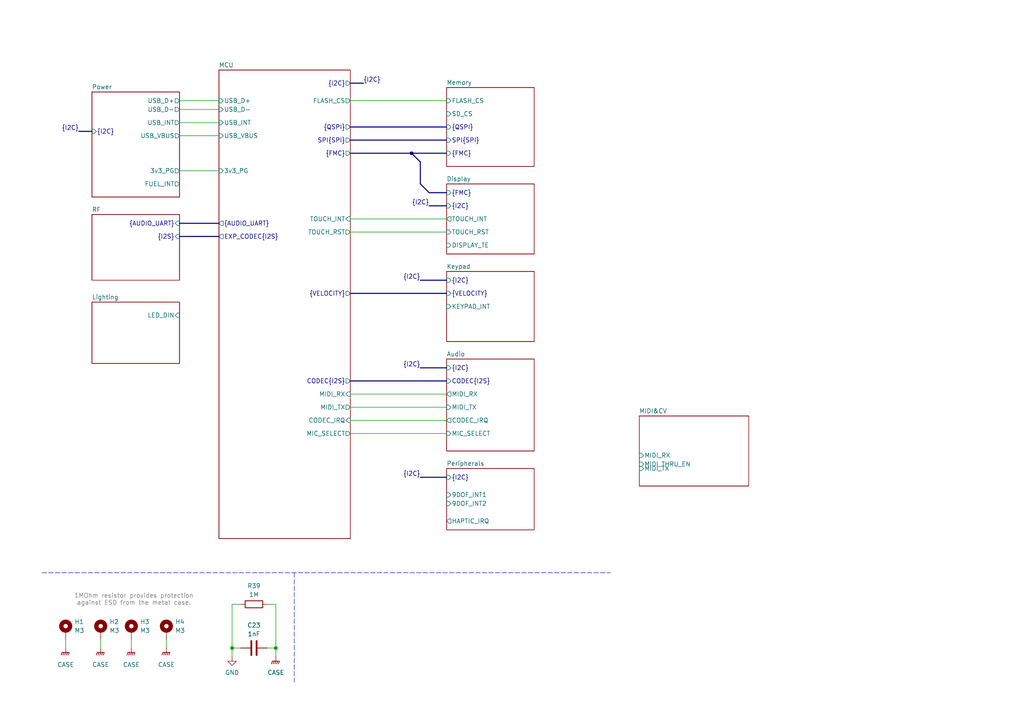
<source format=kicad_sch>
(kicad_sch (version 20250114) (generator "eeschema") (generator_version "9.0")
  (paper "A4")
  (lib_symbols
    (symbol "Device:C" (pin_numbers (hide yes)) (pin_names (offset 0.254))
      (property "Reference" "C" (at 0.635 2.54 0))
      (property "Value" "C" (at 0.635 -2.54 0))
      (symbol "C_0_1"
        (polyline (pts (xy -2.032 0.762) (xy 2.032 0.762)) (stroke (width 0.508)))
        (polyline (pts (xy -2.032 -0.762) (xy 2.032 -0.762)) (stroke (width 0.508)))
      )
      (symbol "C_1_1"
        (pin passive line (at 0 3.81 270) (length 2.794) (name "~") (number "1"))
        (pin passive line (at 0 -3.81 90) (length 2.794) (name "~") (number "2"))
      )
    )
    (symbol "Device:R" (pin_numbers (hide yes)) (pin_names (offset 0))
      (property "Reference" "R" (at 2.032 0 90))
      (property "Value" "R" (at 0 0 90))
      (symbol "R_0_1"
        (rectangle (start -1.016 -2.54) (end 1.016 2.54) (stroke (width 0.254)))
      )
      (symbol "R_1_1"
        (pin passive line (at 0 3.81 270) (length 1.27) (name "~") (number "1"))
        (pin passive line (at 0 -3.81 90) (length 1.27) (name "~") (number "2"))
      )
    )
    (symbol "Mechanical:MountingHole_Pad" (pin_numbers (hide yes)) (pin_names (offset 1.016) (hide yes)) (in_bom no)
      (property "Reference" "H" (at 0 6.35 0))
      (property "Value" "MountingHole_Pad" (at 0 4.445 0))
      (symbol "MountingHole_Pad_0_1"
        (circle (center 0 1.27) (radius 1.27) (stroke (width 1.27)))
      )
      (symbol "MountingHole_Pad_1_1"
        (pin input line (at 0 -2.54 90) (length 2.54) (name "1") (number "1"))
      )
    )
    (symbol "power:GND" (power) (pin_numbers (hide yes)) (pin_names (offset 0) (hide yes))
      (property "Value" "GND" (at 0 -3.81 0))
      (symbol "GND_0_1"
        (polyline (pts (xy 0 0) (xy 0 -1.27) (xy 1.27 -1.27) (xy 0 -2.54) (xy -1.27 -1.27) (xy 0 -1.27)))
      )
      (symbol "GND_1_1"
        (pin power_in line (at 0 0 270) (length 0) (name "~") (number "1"))
      )
    )
    (symbol "power:GNDPWR" (power) (pin_numbers (hide yes)) (pin_names (offset 0) (hide yes))
      (property "Value" "GNDPWR" (at 0 -3.302 0))
      (symbol "GNDPWR_0_1"
        (polyline (pts (xy -1.016 -1.27) (xy -1.27 -2.032) (xy -1.27 -2.032)) (stroke (width 0.2032)))
        (polyline (pts (xy -0.508 -1.27) (xy -0.762 -2.032) (xy -0.762 -2.032)) (stroke (width 0.2032)))
        (polyline (pts (xy 0 -1.27) (xy 0 0)))
        (polyline (pts (xy 0 -1.27) (xy -0.254 -2.032) (xy -0.254 -2.032)) (stroke (width 0.2032)))
        (polyline (pts (xy 0.508 -1.27) (xy 0.254 -2.032) (xy 0.254 -2.032)) (stroke (width 0.2032)))
        (polyline (pts (xy 1.016 -1.27) (xy -1.016 -1.27) (xy -1.016 -1.27)) (stroke (width 0.2032)))
        (polyline (pts (xy 1.016 -1.27) (xy 0.762 -2.032) (xy 0.762 -2.032) (xy 0.762 -2.032)) (stroke (width 0.2032)))
      )
      (symbol "GNDPWR_1_1"
        (pin power_in line (at 0 0 270) (length 0) (name "~") (number "1"))
      )
    )
  )
  (bus_alias "FMC" (members "FMC.DQML" "FMC.DQMH" "FMC.CLK" "FMC.CAS" "FMC.RAS" "FMC.D[0..15]" "FMC.A[0..12]" "FMC.NOE" "FMC.NWE" "FMC.BA0" "FMC.BA1" "FMC.CLK" "FMC.CAS" "FMC.WE" "FMC.NE0" "FMC.CKE" "FMC.NE1"))
  (bus_alias "I2S" (members "MCLK" "ADCDAT" "DACDAT" "LRCLK" "BCLK"))
  (bus_alias "VELOCITY" (members "ROW0" "ROW1" "ROW2" "ROW3" "COL0" "COL1" "COL2" "COL3"))
  (text "1MOhm resistor provides protection\nagainst ESD from the metal case." (at 38.862 172.212 0) (effects (font (size 1.27 1.27)) (justify top)))
  (junction (at 80.01 187.96))
  (junction (at 67.31 187.96))
  (junction (at 119.38 44.45))
  (wire (pts (xy 52.07 39.37) (xy 63.5 39.37)))
  (wire (pts (xy 77.47 187.96) (xy 80.01 187.96)))
  (wire (pts (xy 101.6 63.5) (xy 129.54 63.5)))
  (bus (pts (xy 121.92 106.68) (xy 129.54 106.68)))
  (wire (pts (xy 29.21 185.42) (xy 29.21 187.96)))
  (wire (pts (xy 69.85 175.26) (xy 67.31 175.26)))
  (bus (pts (xy 124.46 55.88) (xy 129.54 55.88)))
  (wire (pts (xy 52.07 31.75) (xy 63.5 31.75)))
  (wire (pts (xy 52.07 49.53) (xy 63.5 49.53)))
  (bus (pts (xy 121.92 53.34) (xy 124.46 55.88)))
  (wire (pts (xy 38.1 185.42) (xy 38.1 187.96)))
  (wire (pts (xy 101.6 125.73) (xy 129.54 125.73)))
  (bus (pts (xy 101.6 36.83) (xy 129.54 36.83)))
  (wire (pts (xy 101.6 121.92) (xy 129.54 121.92)))
  (wire (pts (xy 69.85 187.96) (xy 67.31 187.96)))
  (bus (pts (xy 121.92 138.43) (xy 129.54 138.43)))
  (bus (pts (xy 119.38 44.45) (xy 129.54 44.45)))
  (wire (pts (xy 101.6 67.31) (xy 129.54 67.31)))
  (bus (pts (xy 52.07 64.77) (xy 63.5 64.77)))
  (bus (pts (xy 101.6 40.64) (xy 129.54 40.64)))
  (bus (pts (xy 121.92 46.99) (xy 119.38 44.45)))
  (wire (pts (xy 101.6 114.3) (xy 129.54 114.3)))
  (wire (pts (xy 52.07 29.21) (xy 63.5 29.21)))
  (polyline (pts (xy 85.344 166.116) (xy 85.344 197.866)) (stroke (width 0.127) (type dash)))
  (bus (pts (xy 121.92 46.99) (xy 121.92 53.34)))
  (bus (pts (xy 101.6 85.09) (xy 129.54 85.09)))
  (wire (pts (xy 101.6 29.21) (xy 129.54 29.21)))
  (polyline (pts (xy 12.192 166.116) (xy 177.038 166.116)) (stroke (width 0.127) (type dash)))
  (wire (pts (xy 52.07 35.56) (xy 63.5 35.56)))
  (bus (pts (xy 101.6 24.13) (xy 105.41 24.13)))
  (bus (pts (xy 101.6 44.45) (xy 119.38 44.45)))
  (bus (pts (xy 52.07 68.58) (xy 63.5 68.58)))
  (wire (pts (xy 67.31 187.96) (xy 67.31 190.5)))
  (wire (pts (xy 80.01 187.96) (xy 80.01 190.5)))
  (wire (pts (xy 19.05 185.42) (xy 19.05 187.96)))
  (bus (pts (xy 124.46 59.69) (xy 129.54 59.69)))
  (bus (pts (xy 129.54 81.28) (xy 121.92 81.28)))
  (wire (pts (xy 101.6 118.11) (xy 129.54 118.11)))
  (wire (pts (xy 77.47 175.26) (xy 80.01 175.26)))
  (wire (pts (xy 67.31 175.26) (xy 67.31 187.96)))
  (bus (pts (xy 101.6 110.49) (xy 129.54 110.49)))
  (wire (pts (xy 48.26 185.42) (xy 48.26 187.96)))
  (bus (pts (xy 22.86 38.1) (xy 26.67 38.1)))
  (wire (pts (xy 80.01 175.26) (xy 80.01 187.96)))
  (label "{I2C}" (at 121.92 81.28 180) (effects (font (thickness 0.1588))))
  (label "{I2C}" (at 121.92 106.68 180) (effects (font (thickness 0.1588))))
  (label "{I2C}" (at 124.46 59.69 180) (effects (font (thickness 0.1588))))
  (label "{I2C}" (at 22.86 38.1 180) (effects (font (thickness 0.1588))))
  (label "{I2C}" (at 105.41 24.13 0) (effects (font (thickness 0.1588))))
  (label "{I2C}" (at 121.92 138.43 180) (effects (font (thickness 0.1588))))
  (symbol (lib_id "power:GNDPWR") (at 80.01 190.5 0) (unit 1)
    (property "Reference" "#PWR087" (effects (hide yes)))
    (property "Value" "CASE" (at 80.01 195.072 0))
    (property "Description" "Power symbol creates a global label with name \"GNDPWR\" , global ground" (effects (hide yes)))
  )
  (symbol (lib_id "Mechanical:MountingHole_Pad") (at 19.05 182.88 0) (unit 1) (in_bom no)
    (property "Reference" "H1" (at 21.59 180.3399 0) (effects (justify left)))
    (property "Value" "M3" (at 21.59 182.8799 0) (effects (justify left)))
    (property "Footprint" "MountingHole:MountingHole_2.2mm_M2_Pad_Via" (effects (hide yes)))
    (property "Description" "Mounting Hole with connection" (effects (hide yes)))
  )
  (symbol (lib_id "power:GNDPWR") (at 38.1 187.96 0) (unit 1)
    (property "Reference" "#PWR083" (effects (hide yes)))
    (property "Value" "CASE" (at 38.1 192.786 0))
    (property "Description" "Power symbol creates a global label with name \"GNDPWR\" , global ground" (effects (hide yes)))
  )
  (symbol (lib_id "Mechanical:MountingHole_Pad") (at 48.26 182.88 0) (unit 1) (in_bom no)
    (property "Reference" "H4" (at 50.8 180.3399 0) (effects (justify left)))
    (property "Value" "M3" (at 50.8 182.8799 0) (effects (justify left)))
    (property "Footprint" "MountingHole:MountingHole_2.2mm_M2_Pad_Via" (effects (hide yes)))
    (property "Description" "Mounting Hole with connection" (effects (hide yes)))
  )
  (symbol (lib_id "Mechanical:MountingHole_Pad") (at 29.21 182.88 0) (unit 1) (in_bom no)
    (property "Reference" "H2" (at 31.75 180.3399 0) (effects (justify left)))
    (property "Value" "M3" (at 31.75 182.8799 0) (effects (justify left)))
    (property "Footprint" "MountingHole:MountingHole_2.2mm_M2_Pad_Via" (effects (hide yes)))
    (property "Description" "Mounting Hole with connection" (effects (hide yes)))
  )
  (symbol (lib_id "Mechanical:MountingHole_Pad") (at 38.1 182.88 0) (unit 1) (in_bom no)
    (property "Reference" "H3" (at 40.64 180.3399 0) (effects (justify left)))
    (property "Value" "M3" (at 40.64 182.8799 0) (effects (justify left)))
    (property "Footprint" "MountingHole:MountingHole_2.2mm_M2_Pad_Via" (effects (hide yes)))
    (property "Description" "Mounting Hole with connection" (effects (hide yes)))
  )
  (symbol (lib_id "Device:R") (at 73.66 175.26 90) (unit 1)
    (property "Reference" "R39" (at 73.66 169.926 90))
    (property "Value" "1M" (at 73.66 172.466 90))
    (property "Description" "Resistor" (effects (hide yes)))
  )
  (symbol (lib_id "power:GNDPWR") (at 48.26 187.96 0) (unit 1)
    (property "Reference" "#PWR084" (effects (hide yes)))
    (property "Value" "CASE" (at 48.26 192.786 0))
    (property "Description" "Power symbol creates a global label with name \"GNDPWR\" , global ground" (effects (hide yes)))
  )
  (symbol (lib_id "power:GND") (at 67.31 190.5 0) (unit 1)
    (property "Reference" "#PWR04" (effects (hide yes)))
    (property "Value" "GND" (at 67.31 195.072 0))
    (property "Description" "Power symbol creates a global label with name \"GND\" , ground" (effects (hide yes)))
  )
  (symbol (lib_id "power:GNDPWR") (at 29.21 187.96 0) (unit 1)
    (property "Reference" "#PWR085" (effects (hide yes)))
    (property "Value" "CASE" (at 29.21 192.786 0))
    (property "Description" "Power symbol creates a global label with name \"GNDPWR\" , global ground" (effects (hide yes)))
  )
  (symbol (lib_id "Device:C") (at 73.66 187.96 90) (unit 1)
    (property "Reference" "C23" (at 73.66 181.356 90))
    (property "Value" "1nF" (at 73.66 183.896 90))
    (property "Description" "Unpolarized capacitor" (effects (hide yes)))
  )
  (symbol (lib_id "power:GNDPWR") (at 19.05 187.96 0) (unit 1)
    (property "Reference" "#PWR086" (effects (hide yes)))
    (property "Value" "CASE" (at 19.05 192.786 0))
    (property "Description" "Power symbol creates a global label with name \"GNDPWR\" , global ground" (effects (hide yes)))
  )
  (sheet (at 63.5 20.32) (size 38.1 135.89) (stroke (width 0.1524))
    (property "Sheetname" "MCU" (at 63.5 19.6084 0) (effects (justify left bottom)))
    (property "Sheetfile" "MCU.kicad_sch" (effects (hide yes)))
    (pin "{FMC}" output (at 101.6 44.45 0))
    (pin "{I2C}" output (at 101.6 24.13 0))
    (pin "USB_D+" input (at 63.5 29.21 180))
    (pin "USB_D-" input (at 63.5 31.75 180))
    (pin "CODEC_IRQ" input (at 101.6 121.92 0))
    (pin "{AUDIO_UART}" output (at 63.5 64.77 180))
    (pin "{QSPI}" output (at 101.6 36.83 0))
    (pin "MIC_SELECT" output (at 101.6 125.73 0))
    (pin "TOUCH_INT" input (at 101.6 63.5 0))
    (pin "TOUCH_RST" output (at 101.6 67.31 0))
    (pin "FLASH_CS" output (at 101.6 29.21 0))
    (pin "USB_INT" input (at 63.5 35.56 180))
    (pin "USB_VBUS" input (at 63.5 39.37 180))
    (pin "3v3_PG" input (at 63.5 49.53 180))
    (pin "CODEC{I2S}" output (at 101.6 110.49 0))
    (pin "EXP_CODEC{I2S}" output (at 63.5 68.58 180))
    (pin "SPI{SPI}" output (at 101.6 40.64 0))
    (pin "{VELOCITY}" output (at 101.6 85.09 0))
    (pin "MIDI_RX" input (at 101.6 114.3 0))
    (pin "MIDI_TX" output (at 101.6 118.11 0))
  )
  (sheet (at 185.42 120.65) (size 31.75 20.32) (stroke (width 0.1524))
    (property "Sheetname" "MIDI&CV" (at 185.42 119.9384 0) (effects (justify left bottom)))
    (property "Sheetfile" "midi_cv.kicad_sch" (effects (hide yes)))
    (pin "MIDI_RX" input (at 185.42 132.08 180))
    (pin "MIDI_THRU_EN" input (at 185.42 134.62 180))
    (pin "MIDI_TX" input (at 185.42 135.89 180))
  )
  (sheet (at 26.67 26.67) (size 25.4 30.48) (stroke (width 0.1524))
    (property "Sheetname" "Power" (at 26.67 25.9584 0) (effects (justify left bottom)))
    (property "Sheetfile" "power.kicad_sch" (effects (hide yes)))
    (pin "3v3_PG" output (at 52.07 49.53 0))
    (pin "USB_D+" output (at 52.07 29.21 0))
    (pin "USB_D-" output (at 52.07 31.75 0))
    (pin "USB_INT" output (at 52.07 35.56 0))
    (pin "{I2C}" input (at 26.67 38.1 180))
    (pin "FUEL_INT" output (at 52.07 53.34 0))
    (pin "USB_VBUS" output (at 52.07 39.37 0))
  )
  (sheet (at 26.67 62.23) (size 25.4 19.05) (stroke (width 0.1524))
    (property "Sheetname" "RF" (at 26.67 61.5184 0) (effects (justify left bottom)))
    (property "Sheetfile" "rf.kicad_sch" (effects (hide yes)))
    (pin "{I2S}" input (at 52.07 68.58 0))
    (pin "{AUDIO_UART}" input (at 52.07 64.77 0))
  )
  (sheet (at 129.54 78.74) (size 25.4 20.32) (stroke (width 0.1524))
    (property "Sheetname" "Keypad" (at 129.54 78.0284 0) (effects (justify left bottom)))
    (property "Sheetfile" "keypad.kicad_sch" (effects (hide yes)))
    (pin "KEYPAD_INT" input (at 129.54 88.9 180))
    (pin "{I2C}" input (at 129.54 81.28 180))
    (pin "{VELOCITY}" input (at 129.54 85.09 180))
  )
  (sheet (at 129.54 104.14) (size 25.4 26.67) (stroke (width 0.1524))
    (property "Sheetname" "Audio" (at 129.54 103.4284 0) (effects (justify left bottom)))
    (property "Sheetfile" "audio.kicad_sch" (effects (hide yes)))
    (pin "{I2C}" input (at 129.54 106.68 180))
    (pin "CODEC_IRQ" output (at 129.54 121.92 180))
    (pin "MIC_SELECT" input (at 129.54 125.73 180))
    (pin "CODEC{I2S}" input (at 129.54 110.49 180))
    (pin "MIDI_RX" output (at 129.54 114.3 180))
    (pin "MIDI_TX" input (at 129.54 118.11 180))
  )
  (sheet (at 129.54 25.4) (size 25.4 22.86) (stroke (width 0.1524))
    (property "Sheetname" "Memory" (at 129.54 24.6884 0) (effects (justify left bottom)))
    (property "Sheetfile" "memory.kicad_sch" (effects (hide yes)))
    (pin "{FMC}" input (at 129.54 44.45 180))
    (pin "SD_CS" input (at 129.54 33.02 180))
    (pin "{QSPI}" input (at 129.54 36.83 180))
    (pin "FLASH_CS" input (at 129.54 29.21 180))
    (pin "SPI{SPI}" input (at 129.54 40.64 180))
  )
  (sheet (at 26.67 87.63) (size 25.4 17.78) (stroke (width 0.1524))
    (property "Sheetname" "Lighting" (at 26.67 86.9184 0) (effects (justify left bottom)))
    (property "Sheetfile" "lighting.kicad_sch" (effects (hide yes)))
    (pin "LED_DIN" input (at 52.07 91.44 0))
  )
  (sheet (at 129.54 53.34) (size 25.4 20.32) (stroke (width 0.1524))
    (property "Sheetname" "Display" (at 129.54 52.6284 0) (effects (justify left bottom)))
    (property "Sheetfile" "display.kicad_sch" (effects (hide yes)))
    (pin "{FMC}" input (at 129.54 55.88 180))
    (pin "{I2C}" input (at 129.54 59.69 180))
    (pin "DISPLAY_TE" input (at 129.54 71.12 180))
    (pin "TOUCH_INT" output (at 129.54 63.5 180))
    (pin "TOUCH_RST" input (at 129.54 67.31 180))
  )
  (sheet (at 129.54 135.89) (size 25.4 17.78) (stroke (width 0.1524))
    (property "Sheetname" "Peripherals" (at 129.54 135.1784 0) (effects (justify left bottom)))
    (property "Sheetfile" "peripherals.kicad_sch" (effects (hide yes)))
    (pin "9DOF_INT1" input (at 129.54 143.51 180))
    (pin "9DOF_INT2" input (at 129.54 146.05 180))
    (pin "HAPTIC_IRQ" output (at 129.54 151.13 180))
    (pin "{I2C}" input (at 129.54 138.43 180))
  )
)
</source>
